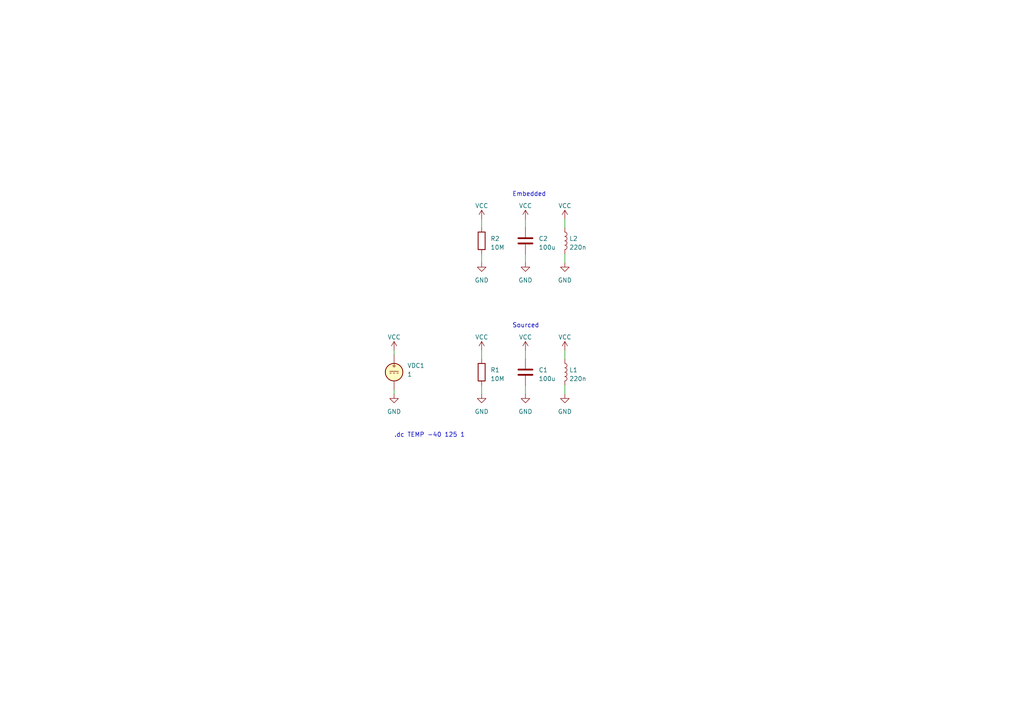
<source format=kicad_sch>
(kicad_sch (version 20220331) (generator eeschema)
  (paper "A4")
  (lib_symbols
    (symbol "Device:C" (pin_numbers hide) (pin_names (offset 0.254))
      (property "Reference" "C" (at 0.635 2.54 0))
      (property "Value" "C" (at 0.635 -2.54 0))
      (symbol "C_0_1"
        (polyline (pts (xy -2.032 -0.762) (xy 2.032 -0.762)) (stroke (width 0.508)))
        (polyline (pts (xy -2.032 0.762) (xy 2.032 0.762)) (stroke (width 0.508)))
      )
      (symbol "C_1_1"
        (pin passive line (at 0 3.81 270) (length 2.794) (name "~") (number "1"))
        (pin passive line (at 0 -3.81 90) (length 2.794) (name "~") (number "2"))
      )
    )
    (symbol "Device:L" (pin_numbers hide) (pin_names (offset 1.016) hide)
      (property "Reference" "L" (at -1.27 0 90))
      (property "Value" "L" (at 1.905 0 90))
      (symbol "L_0_1"
        (arc (start 0 -2.54) (mid 0.635 -1.905) (end 0 -1.27))
        (arc (start 0 -1.27) (mid 0.635 -0.635) (end 0 0))
        (arc (start 0 0) (mid 0.635 0.635) (end 0 1.27))
        (arc (start 0 1.27) (mid 0.635 1.905) (end 0 2.54))
      )
      (symbol "L_1_1"
        (pin passive line (at 0 3.81 270) (length 1.27) (name "1") (number "1"))
        (pin passive line (at 0 -3.81 90) (length 1.27) (name "2") (number "2"))
      )
    )
    (symbol "Device:R" (pin_numbers hide) (pin_names (offset 0))
      (property "Reference" "R" (at 2.032 0 90))
      (property "Value" "R" (at 0 0 90))
      (symbol "R_0_1"
        (rectangle (start -1.016 -2.54) (end 1.016 2.54) (stroke (width 0.254)))
      )
      (symbol "R_1_1"
        (pin passive line (at 0 3.81 270) (length 1.27) (name "~") (number "1"))
        (pin passive line (at 0 -3.81 90) (length 1.27) (name "~") (number "2"))
      )
    )
    (symbol "Simulation_SPICE:VDC" (pin_numbers hide) (pin_names (offset 0.0254))
      (property "Reference" "V" (at 2.54 2.54 0))
      (property "Value" "VDC" (at 2.54 0 0))
      (property "Spice_Model" "dc(1)" (at 2.54 -2.54 0))
      (symbol "VDC_0_0"
        (polyline (pts (xy -1.27 0.254) (xy 1.27 0.254)))
        (polyline (pts (xy -0.762 -0.254) (xy -1.27 -0.254)))
        (polyline (pts (xy 0.254 -0.254) (xy -0.254 -0.254)))
        (polyline (pts (xy 1.27 -0.254) (xy 0.762 -0.254)))
        (text "+" (at 0 1.905 0) (effects (font (size 1.27 1.27))))
      )
      (symbol "VDC_0_1"
        (circle (center 0 0) (radius 2.54) (stroke (width 0.254)) (fill (type background)))
      )
      (symbol "VDC_1_1"
        (pin passive line (at 0 5.08 270) (length 2.54) (name "~") (number "1"))
        (pin passive line (at 0 -5.08 90) (length 2.54) (name "~") (number "2"))
      )
    )
    (symbol "power:GND" (power) (pin_names (offset 0))
      (property "Value" "GND" (at 0 -3.81 0))
      (symbol "GND_0_1"
        (polyline (pts (xy 0 0) (xy 0 -1.27) (xy 1.27 -1.27) (xy 0 -2.54) (xy -1.27 -1.27) (xy 0 -1.27)))
      )
      (symbol "GND_1_1"
        (pin power_in line (at 0 0 270) (length 0) hide (name "GND") (number "1"))
      )
    )
    (symbol "power:VCC" (power) (pin_names (offset 0))
      (property "Value" "VCC" (at 0 3.81 0))
      (symbol "VCC_0_1"
        (polyline (pts (xy -0.762 1.27) (xy 0 2.54)))
        (polyline (pts (xy 0 0) (xy 0 2.54)))
        (polyline (pts (xy 0 2.54) (xy 0.762 1.27)))
      )
      (symbol "VCC_1_1"
        (pin power_in line (at 0 0 90) (length 0) hide (name "VCC") (number "1"))
      )
    )
  )
  (wire (pts (xy 163.83 101.6) (xy 163.83 104.14)))
  (wire (pts (xy 163.83 111.76) (xy 163.83 114.3)))
  (wire (pts (xy 163.83 63.5) (xy 163.83 66.04)))
  (wire (pts (xy 152.4 101.6) (xy 152.4 104.14)))
  (wire (pts (xy 139.7 73.66) (xy 139.7 76.2)))
  (wire (pts (xy 152.4 63.5) (xy 152.4 66.04)))
  (wire (pts (xy 152.4 111.76) (xy 152.4 114.3)))
  (wire (pts (xy 152.4 73.66) (xy 152.4 76.2)))
  (wire (pts (xy 139.7 111.76) (xy 139.7 114.3)))
  (wire (pts (xy 139.7 101.6) (xy 139.7 104.14)))
  (wire (pts (xy 163.83 73.66) (xy 163.83 76.2)))
  (wire (pts (xy 114.3 101.6) (xy 114.3 102.87)))
  (wire (pts (xy 114.3 113.03) (xy 114.3 114.3)))
  (wire (pts (xy 139.7 63.5) (xy 139.7 66.04)))
  (text "Embedded" (at 148.59 57.15 0) (effects (font (size 1.27 1.27)) (justify left bottom)))
  (text ".dc TEMP -40 125 1" (at 114.3 127 0) (effects (font (size 1.27 1.27)) (justify left bottom)))
  (text "Sourced" (at 148.59 95.25 0) (effects (font (size 1.27 1.27)) (justify left bottom)))
  (symbol (lib_id "power:VCC") (at 139.7 101.6 0) (unit 1)
    (property "Reference" "#PWR05" (effects hide))
    (property "Value" "VCC" (at 139.7 97.79 0))
  )
  (symbol (lib_id "power:GND") (at 139.7 76.2 0) (unit 1)
    (property "Reference" "#PWR04" (effects hide))
    (property "Value" "GND" (at 139.7 81.28 0))
  )
  (symbol (lib_id "power:VCC") (at 163.83 101.6 0) (unit 1)
    (property "Reference" "#PWR013" (effects hide))
    (property "Value" "VCC" (at 163.83 97.79 0))
  )
  (symbol (lib_id "power:GND") (at 152.4 114.3 0) (unit 1)
    (property "Reference" "#PWR010" (effects hide))
    (property "Value" "GND" (at 152.4 119.38 0))
  )
  (symbol (lib_id "power:VCC") (at 152.4 101.6 0) (unit 1)
    (property "Reference" "#PWR09" (effects hide))
    (property "Value" "VCC" (at 152.4 97.79 0))
  )
  (symbol (lib_id "Device:C") (at 152.4 107.95 0) (unit 1)
    (property "Reference" "C1" (at 156.21 107.315 0) (effects (justify left)))
    (property "Value" "100u" (at 156.21 109.855 0) (effects (justify left)))
    (property "Sim_Name" "AVX_12066D107MAT4A" (effects hide))
    (property "Sim_Library" "passives.lib" (effects hide))
    (property "Sim_Device" "C" (effects hide))
    (property "Sim_Type" "ADV" (effects hide))
  )
  (symbol (lib_id "Device:L") (at 163.83 107.95 0) (unit 1)
    (property "Reference" "L1" (at 165.1 107.315 0) (effects (justify left)))
    (property "Value" "220n" (at 165.1 109.855 0) (effects (justify left)))
    (property "Sim_Name" "AVX_0603WL221GT" (effects hide))
    (property "Sim_Library" "passives.lib" (effects hide))
    (property "Sim_Device" "L" (effects hide))
    (property "Sim_Type" "ADV" (effects hide))
  )
  (symbol (lib_id "Device:R") (at 139.7 107.95 0) (unit 1)
    (property "Reference" "R1" (at 142.24 107.315 0) (effects (justify left)))
    (property "Value" "10M" (at 142.24 109.855 0) (effects (justify left)))
    (property "Sim_Name" "VISHAY_CRCW060310M0FKTABC" (effects hide))
    (property "Sim_Library" "passives.lib" (effects hide))
    (property "Sim_Device" "R" (effects hide))
    (property "Sim_Type" "ADV" (effects hide))
    (property "Sim_Pins" "1 2" (effects hide))
  )
  (symbol (lib_id "Simulation_SPICE:VDC") (at 114.3 107.95 0) (unit 1)
    (property "Reference" "VDC1" (at 118.11 106.045 0) (effects (justify left)))
    (property "Value" "1" (at 118.11 108.585 0) (effects (justify left)))
    (property "Sim_Device" "V" (effects hide))
    (property "Sim_Pins" "1 2" (effects hide))
    (property "Sim_Params" "dc=1" (effects hide))
    (property "Sim_Type" "DC" (effects hide))
  )
  (symbol (lib_id "power:GND") (at 163.83 114.3 0) (unit 1)
    (property "Reference" "#PWR014" (effects hide))
    (property "Value" "GND" (at 163.83 119.38 0))
  )
  (symbol (lib_id "power:VCC") (at 163.83 63.5 0) (unit 1)
    (property "Reference" "#PWR011" (effects hide))
    (property "Value" "VCC" (at 163.83 59.69 0))
  )
  (symbol (lib_id "power:VCC") (at 114.3 101.6 0) (unit 1)
    (property "Reference" "#PWR01" (effects hide))
    (property "Value" "VCC" (at 114.3 97.79 0))
  )
  (symbol (lib_id "Device:C") (at 152.4 69.85 0) (unit 1)
    (property "Reference" "C2" (at 156.21 69.215 0) (effects (justify left)))
    (property "Value" "100u" (at 156.21 71.755 0) (effects (justify left)))
    (property "Sim_Device" "C" (effects hide))
    (property "Sim_Type" "ADV" (effects hide))
    (property "Sim_Params" "c=100u tnom=15 tc1=21.4u" (effects hide))
  )
  (symbol (lib_id "Device:L") (at 163.83 69.85 0) (unit 1)
    (property "Reference" "L2" (at 165.1 69.215 0) (effects (justify left)))
    (property "Value" "220n" (at 165.1 71.755 0) (effects (justify left)))
    (property "Sim_Device" "L" (effects hide))
    (property "Sim_Type" "ADV" (effects hide))
    (property "Sim_Params" "l=220n tnom=20 tc1=125u" (effects hide))
  )
  (symbol (lib_id "power:GND") (at 152.4 76.2 0) (unit 1)
    (property "Reference" "#PWR08" (effects hide))
    (property "Value" "GND" (at 152.4 81.28 0))
  )
  (symbol (lib_id "power:GND") (at 114.3 114.3 0) (unit 1)
    (property "Reference" "#PWR02" (effects hide))
    (property "Value" "GND" (at 114.3 119.38 0))
  )
  (symbol (lib_id "power:VCC") (at 139.7 63.5 0) (unit 1)
    (property "Reference" "#PWR03" (effects hide))
    (property "Value" "VCC" (at 139.7 59.69 0))
  )
  (symbol (lib_id "power:GND") (at 139.7 114.3 0) (unit 1)
    (property "Reference" "#PWR06" (effects hide))
    (property "Value" "GND" (at 139.7 119.38 0))
  )
  (symbol (lib_id "Device:R") (at 139.7 69.85 0) (unit 1)
    (property "Reference" "R2" (at 142.24 69.215 0) (effects (justify left)))
    (property "Value" "10M" (at 142.24 71.755 0) (effects (justify left)))
    (property "Sim_Device" "R" (effects hide))
    (property "Sim_Type" "ADV" (effects hide))
    (property "Sim_Params" "r=10M tnom=20 tc1=100u" (effects hide))
  )
  (symbol (lib_id "power:VCC") (at 152.4 63.5 0) (unit 1)
    (property "Reference" "#PWR07" (effects hide))
    (property "Value" "VCC" (at 152.4 59.69 0))
  )
  (symbol (lib_id "power:GND") (at 163.83 76.2 0) (unit 1)
    (property "Reference" "#PWR012" (effects hide))
    (property "Value" "GND" (at 163.83 81.28 0))
  )
)
</source>
